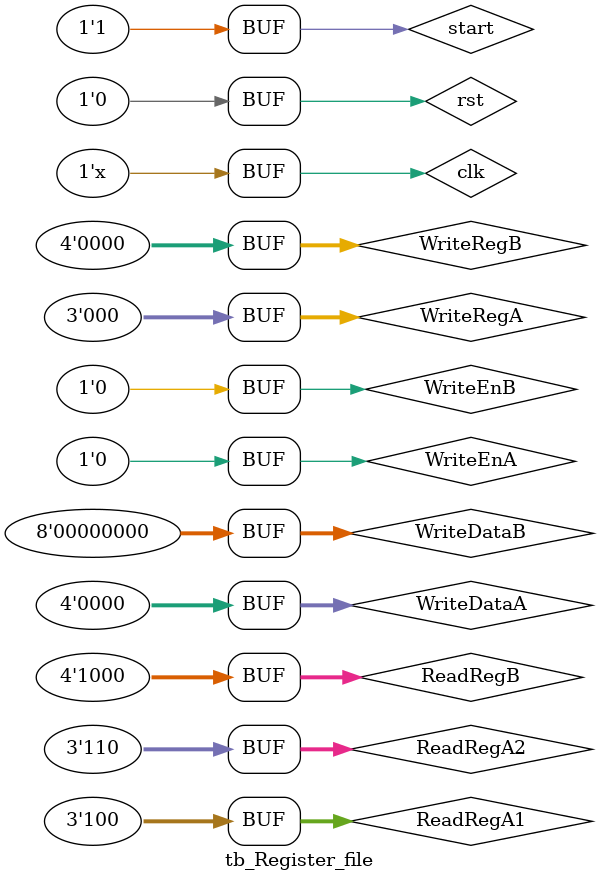
<source format=v>
`timescale 1ns / 1ps


module tb_Register_file();

reg [2:0] WriteRegA, ReadRegA1, ReadRegA2;
reg [3:0] WriteDataA, WriteRegB, ReadRegB;
reg [7:0] WriteDataB;
reg WriteEnA, WriteEnB, clk, rst, start;
wire [3:0] out1, out2;

initial begin
WriteEnA = 0; WriteEnB = 0; clk = 0; rst = 1; WriteDataA = 0; WriteDataB = 0;
start = 0;
ReadRegA1 = 4; ReadRegA2 = 6; ReadRegB = 8; WriteRegA = 0; WriteRegB = 0;
#5 rst = 0;
#20 start = 1;
end

always #5 clk <= ~clk;

Register_file reg_file (WriteRegA, WriteDataA, WriteEnA, ReadRegA1, ReadRegA2,
                     WriteRegB, WriteDataB, WriteEnB, ReadRegB, clk, rst, start,
                     out1, out2);
                     
endmodule

</source>
